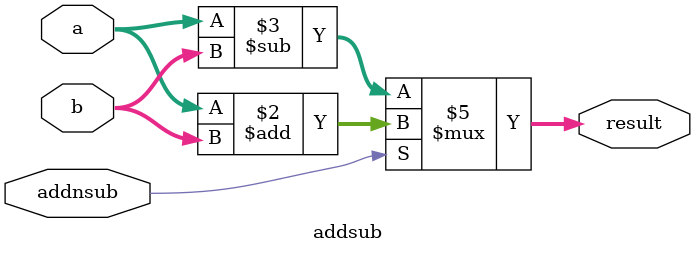
<source format=v>
module addsub (a, b, addnsub, result);
   parameter SIZE = 8;
   input  [SIZE-1:0] a;
   input  [SIZE-1:0] b;
   input  addnsub;
   output [SIZE:0] result;
   reg    [SIZE:0] result;

   always @(a or b or addnsub)
      begin
         if (addnsub)
	    result = a + b;
	  else
            result = a - b;
	end
endmodule

</source>
